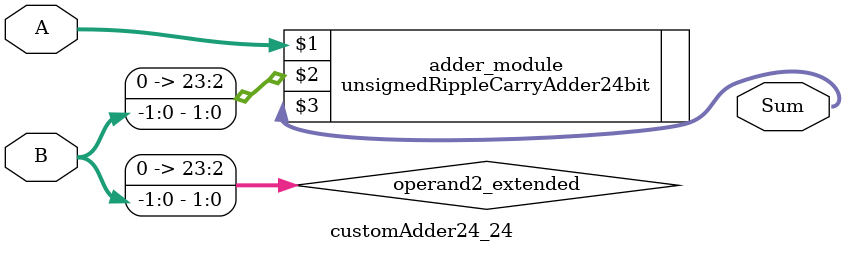
<source format=v>
module customAdder24_24(
                        input [23 : 0] A,
                        input [-1 : 0] B,
                        
                        output [24 : 0] Sum
                );

        wire [23 : 0] operand2_extended;
        
        assign operand2_extended =  {24'b0, B};
        
        unsignedRippleCarryAdder24bit adder_module(
            A,
            operand2_extended,
            Sum
        );
        
        endmodule
        
</source>
